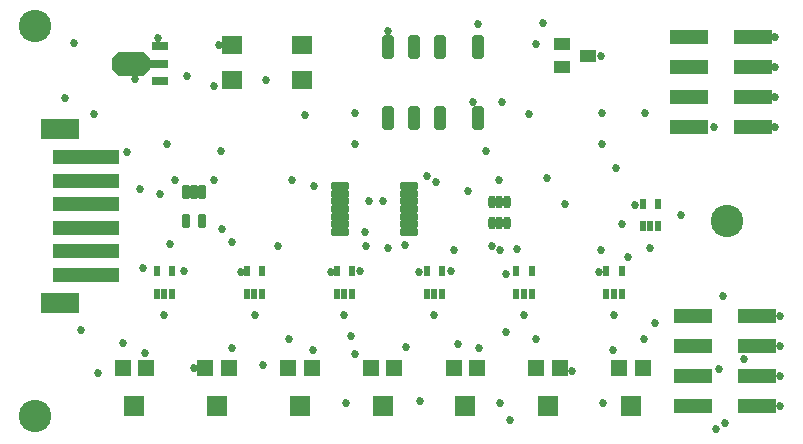
<source format=gbr>
%TF.GenerationSoftware,Altium Limited,Altium Designer,21.1.1 (26)*%
G04 Layer_Color=8388736*
%FSLAX26Y26*%
%MOIN*%
%TF.SameCoordinates,5075B572-C75D-40FD-B4B0-80468548393A*%
%TF.FilePolarity,Negative*%
%TF.FileFunction,Soldermask,Top*%
%TF.Part,Single*%
G01*
G75*
%TA.AperFunction,SMDPad,CuDef*%
G04:AMPARAMS|DCode=14|XSize=39.37mil|YSize=78.74mil|CornerRadius=9.842mil|HoleSize=0mil|Usage=FLASHONLY|Rotation=180.000|XOffset=0mil|YOffset=0mil|HoleType=Round|Shape=RoundedRectangle|*
%AMROUNDEDRECTD14*
21,1,0.039370,0.059055,0,0,180.0*
21,1,0.019685,0.078740,0,0,180.0*
1,1,0.019685,-0.009843,0.029528*
1,1,0.019685,0.009843,0.029528*
1,1,0.019685,0.009843,-0.029528*
1,1,0.019685,-0.009843,-0.029528*
%
%ADD14ROUNDEDRECTD14*%
%ADD19R,0.055118X0.039370*%
%TA.AperFunction,ViaPad*%
%ADD43C,0.027000*%
%ADD44C,0.108000*%
%TA.AperFunction,SMDPad,CuDef*%
%ADD59R,0.055244X0.055244*%
%ADD60R,0.070992X0.067055*%
%ADD61R,0.021779X0.035559*%
%ADD62R,0.130047X0.047370*%
G04:AMPARAMS|DCode=63|XSize=78.866mil|YSize=126.11mil|CornerRadius=0mil|HoleSize=0mil|Usage=FLASHONLY|Rotation=270.000|XOffset=0mil|YOffset=0mil|HoleType=Round|Shape=Octagon|*
%AMOCTAGOND63*
4,1,8,0.063055,0.019716,0.063055,-0.019716,0.043339,-0.039433,-0.043339,-0.039433,-0.063055,-0.019716,-0.063055,0.019716,-0.043339,0.039433,0.043339,0.039433,0.063055,0.019716,0.0*
%
%ADD63OCTAGOND63*%

%ADD64R,0.055244X0.027685*%
%ADD65R,0.070992X0.027685*%
%ADD66R,0.067055X0.063118*%
G04:AMPARAMS|DCode=67|XSize=23.748mil|YSize=41.465mil|CornerRadius=7.937mil|HoleSize=0mil|Usage=FLASHONLY|Rotation=0.000|XOffset=0mil|YOffset=0mil|HoleType=Round|Shape=RoundedRectangle|*
%AMROUNDEDRECTD67*
21,1,0.023748,0.025591,0,0,0.0*
21,1,0.007874,0.041465,0,0,0.0*
1,1,0.015874,0.003937,-0.012795*
1,1,0.015874,-0.003937,-0.012795*
1,1,0.015874,-0.003937,0.012795*
1,1,0.015874,0.003937,0.012795*
%
%ADD67ROUNDEDRECTD67*%
G04:AMPARAMS|DCode=68|XSize=25.716mil|YSize=63.118mil|CornerRadius=5.949mil|HoleSize=0mil|Usage=FLASHONLY|Rotation=90.000|XOffset=0mil|YOffset=0mil|HoleType=Round|Shape=RoundedRectangle|*
%AMROUNDEDRECTD68*
21,1,0.025716,0.051221,0,0,90.0*
21,1,0.013819,0.063118,0,0,90.0*
1,1,0.011898,0.025610,0.006910*
1,1,0.011898,0.025610,-0.006910*
1,1,0.011898,-0.025610,-0.006910*
1,1,0.011898,-0.025610,0.006910*
%
%ADD68ROUNDEDRECTD68*%
G04:AMPARAMS|DCode=69|XSize=25.716mil|YSize=49.339mil|CornerRadius=5.949mil|HoleSize=0mil|Usage=FLASHONLY|Rotation=0.000|XOffset=0mil|YOffset=0mil|HoleType=Round|Shape=RoundedRectangle|*
%AMROUNDEDRECTD69*
21,1,0.025716,0.037441,0,0,0.0*
21,1,0.013819,0.049339,0,0,0.0*
1,1,0.011898,0.006910,-0.018721*
1,1,0.011898,-0.006910,-0.018721*
1,1,0.011898,-0.006910,0.018721*
1,1,0.011898,0.006910,0.018721*
%
%ADD69ROUNDEDRECTD69*%
%ADD70R,0.126110X0.070992*%
%ADD71R,0.224535X0.047370*%
D14*
X2200984Y2038780D02*
D03*
X2075000D02*
D03*
X1901772Y2275000D02*
D03*
X1988386D02*
D03*
X2075000D02*
D03*
X1988386Y2038780D02*
D03*
X1901772D02*
D03*
X2200984Y2275000D02*
D03*
D19*
X2568308Y2246654D02*
D03*
X2481692Y2209252D02*
D03*
Y2284056D02*
D03*
D43*
X3016920Y1446125D02*
D03*
X2876000Y1716000D02*
D03*
X855000Y2290000D02*
D03*
X1615000Y2165000D02*
D03*
X1792034Y1952598D02*
D03*
Y2054962D02*
D03*
X1837617Y1760617D02*
D03*
X1495000Y2165000D02*
D03*
X2702000Y1576500D02*
D03*
X2610000Y1600000D02*
D03*
X2395000Y1301117D02*
D03*
X2775000Y1605476D02*
D03*
X2679858Y1685500D02*
D03*
X2354416Y1382333D02*
D03*
X2295000Y1325000D02*
D03*
X2110000Y1528000D02*
D03*
X2054562Y1382333D02*
D03*
X875824Y1330552D02*
D03*
X1092063Y1256897D02*
D03*
X825000Y2105000D02*
D03*
X1140000Y1785000D02*
D03*
X2654268Y1382333D02*
D03*
X1823368Y1657159D02*
D03*
X1754708Y1382333D02*
D03*
X2515000Y1195000D02*
D03*
X2755000Y1301117D02*
D03*
X2651279Y1266236D02*
D03*
X2605000Y1525000D02*
D03*
X2295205Y1519535D02*
D03*
X2330000Y1601500D02*
D03*
X2271761Y1832658D02*
D03*
X2273162Y1598488D02*
D03*
X2246500Y1611000D02*
D03*
X2031088Y1844525D02*
D03*
X2059000Y1826000D02*
D03*
X1322000Y1832000D02*
D03*
X1188917Y1832469D02*
D03*
X1649500Y1265779D02*
D03*
X1570000Y1301117D02*
D03*
X2725000Y1750000D02*
D03*
X1458500Y1381254D02*
D03*
X1155000Y1382333D02*
D03*
X935070Y1189854D02*
D03*
X1791466Y1252258D02*
D03*
X1960000Y1275000D02*
D03*
X2133634Y1284085D02*
D03*
X2204373Y1273558D02*
D03*
X3087842Y1235224D02*
D03*
X3003000Y1201000D02*
D03*
X2183711Y2090641D02*
D03*
X2120000Y1600000D02*
D03*
X2005000Y1525000D02*
D03*
X1710000D02*
D03*
X1484174Y1215000D02*
D03*
X1380000Y1273560D02*
D03*
X1253342Y1205866D02*
D03*
X1411215Y1524822D02*
D03*
X1018901Y1288988D02*
D03*
X1320340Y2146500D02*
D03*
X1230000Y2180000D02*
D03*
X1058808Y2170000D02*
D03*
X1073000Y1802000D02*
D03*
X1030000Y1925000D02*
D03*
X922152Y2051207D02*
D03*
X1625000Y2050000D02*
D03*
X1345000Y1930000D02*
D03*
X1135000Y2305000D02*
D03*
X1084777Y1538049D02*
D03*
X3025150Y1021535D02*
D03*
X2993237Y1000815D02*
D03*
X3206824Y1380000D02*
D03*
X2791000Y1354000D02*
D03*
X3206824Y1280000D02*
D03*
Y1180000D02*
D03*
Y1080000D02*
D03*
X2986500Y2010238D02*
D03*
X3191824Y2310238D02*
D03*
Y2110238D02*
D03*
Y2010238D02*
D03*
Y2210238D02*
D03*
X1348015Y1670090D02*
D03*
X1653000Y1811772D02*
D03*
X2006594Y1093978D02*
D03*
X1535405Y1613639D02*
D03*
X1382034Y1623820D02*
D03*
X2280000Y2091000D02*
D03*
X2307000Y1031000D02*
D03*
X1222000Y1528000D02*
D03*
X1827000Y1611000D02*
D03*
X1808000Y1527402D02*
D03*
X1579500Y1833000D02*
D03*
X1958000Y1615000D02*
D03*
X1902000Y1604000D02*
D03*
X2429000Y1840000D02*
D03*
X1883222Y1760592D02*
D03*
X2418000Y2355000D02*
D03*
X2660000Y1871000D02*
D03*
X2202000Y2351000D02*
D03*
X2167966Y1795000D02*
D03*
X1778000Y1311000D02*
D03*
X1335972Y2282812D02*
D03*
X2615790Y1090042D02*
D03*
X1901772Y2328872D02*
D03*
X2612966Y2054962D02*
D03*
X2610368Y2246654D02*
D03*
X1172966Y1618818D02*
D03*
X1760348Y1090042D02*
D03*
X1162966Y1952598D02*
D03*
X2273614Y1090042D02*
D03*
X2227034Y1928978D02*
D03*
X2489934Y1751024D02*
D03*
X2372034Y2051026D02*
D03*
X2612966Y1952598D02*
D03*
X2394028Y2284056D02*
D03*
X2757966Y2054962D02*
D03*
D44*
X725000Y1045000D02*
D03*
Y2345000D02*
D03*
X3030000Y1695000D02*
D03*
D59*
X2394796Y1205866D02*
D03*
X2473536D02*
D03*
X1567296D02*
D03*
X1646036D02*
D03*
X1370204D02*
D03*
X1291464D02*
D03*
X2118964D02*
D03*
X2197706D02*
D03*
X1015630D02*
D03*
X1094370D02*
D03*
X1843130D02*
D03*
X1921870D02*
D03*
X2749370D02*
D03*
X2670630D02*
D03*
D60*
X2434166Y1077914D02*
D03*
X1606666D02*
D03*
X1330834D02*
D03*
X2158336D02*
D03*
X1055000D02*
D03*
X1882500D02*
D03*
X2710000D02*
D03*
D61*
X2328826Y1527402D02*
D03*
X2380006D02*
D03*
Y1452598D02*
D03*
X2354416D02*
D03*
X2328826D02*
D03*
X2028972Y1527402D02*
D03*
X2080152D02*
D03*
Y1452598D02*
D03*
X2054562D02*
D03*
X2028972D02*
D03*
X1729118D02*
D03*
X1754708D02*
D03*
X1780298D02*
D03*
Y1527402D02*
D03*
X1729118D02*
D03*
X1429264D02*
D03*
X1480444D02*
D03*
Y1452598D02*
D03*
X1454854D02*
D03*
X1429264D02*
D03*
X1129410Y1527402D02*
D03*
X1180590D02*
D03*
Y1452598D02*
D03*
X1155000D02*
D03*
X1129410D02*
D03*
X2628678D02*
D03*
X2654268D02*
D03*
X2679858D02*
D03*
Y1527402D02*
D03*
X2628678D02*
D03*
X2749410Y1678448D02*
D03*
X2775000D02*
D03*
X2800590D02*
D03*
Y1753252D02*
D03*
X2749410D02*
D03*
D62*
X3131300Y1080000D02*
D03*
Y1180000D02*
D03*
X2918700Y1080000D02*
D03*
Y1180000D02*
D03*
X3131300Y1280000D02*
D03*
X2918700D02*
D03*
X3131300Y1380000D02*
D03*
X2918700D02*
D03*
X2903700Y2310238D02*
D03*
X3116300D02*
D03*
X2903700Y2210238D02*
D03*
X3116300D02*
D03*
X2903700Y2110238D02*
D03*
Y2010238D02*
D03*
X3116300Y2110238D02*
D03*
Y2010238D02*
D03*
D63*
X1043504Y2219882D02*
D03*
D64*
X1141930Y2278938D02*
D03*
Y2160826D02*
D03*
D65*
X1134056Y2219882D02*
D03*
D66*
X1380000Y2164700D02*
D03*
Y2282812D02*
D03*
X1615000Y2164700D02*
D03*
Y2282812D02*
D03*
D67*
X2246170Y1760236D02*
D03*
X2297352Y1687402D02*
D03*
X2246170D02*
D03*
X2297352Y1760236D02*
D03*
X2271762Y1687402D02*
D03*
Y1760236D02*
D03*
D68*
X1971854Y1658228D02*
D03*
Y1683820D02*
D03*
Y1709410D02*
D03*
Y1735000D02*
D03*
Y1760592D02*
D03*
Y1786182D02*
D03*
Y1811772D02*
D03*
X1739570Y1658228D02*
D03*
Y1683820D02*
D03*
Y1709410D02*
D03*
Y1735000D02*
D03*
Y1760592D02*
D03*
Y1786182D02*
D03*
Y1811772D02*
D03*
D69*
X1279338Y1793228D02*
D03*
X1253748D02*
D03*
X1228158D02*
D03*
Y1696772D02*
D03*
X1279338D02*
D03*
D70*
X805926Y2003228D02*
D03*
Y1420552D02*
D03*
D71*
X894508Y1908740D02*
D03*
Y1515040D02*
D03*
Y1830000D02*
D03*
Y1593780D02*
D03*
Y1751260D02*
D03*
Y1672520D02*
D03*
%TF.MD5,8c152602ec55c2f83ff99dfeae653c8b*%
M02*

</source>
